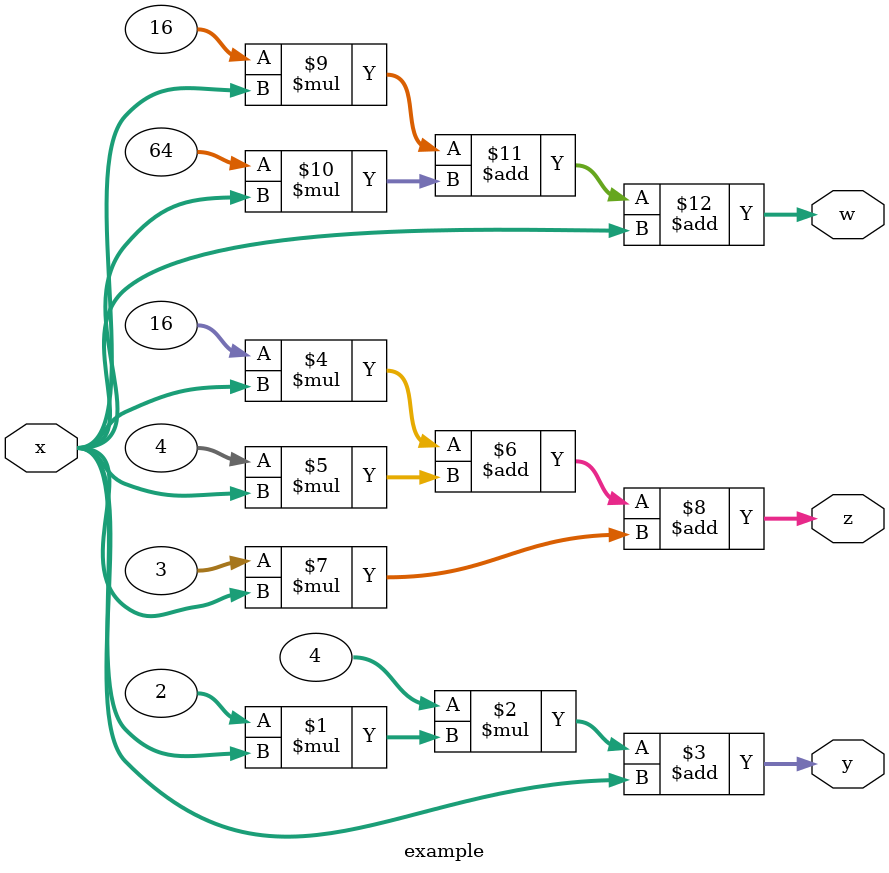
<source format=v>
module example(
    input [31:0] x,
    output [31:0] y,
    output [31:0] z,
    output [31:0] w
);

assign y = 4 * (2 * x) + x ;
assign z = 16 * x + 4 * x + 3 * x;
assign w = 16 * x + 64 * x + x;

endmodule
</source>
